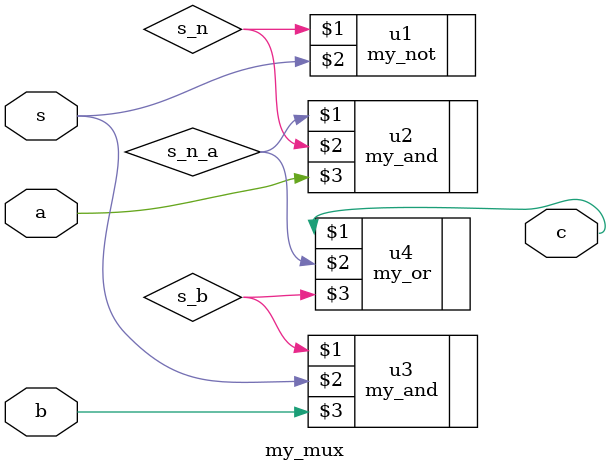
<source format=v>
module my_mux(c, a, b, s);
   input a, b, s;
   output c;

   wire   s_n, s_n_a, s_b;

   my_not u1(s_n, s);

   my_and u2(s_n_a, s_n, a);
   my_and u3(s_b, s, b);

   my_or u4(c, s_n_a, s_b);
endmodule 

</source>
